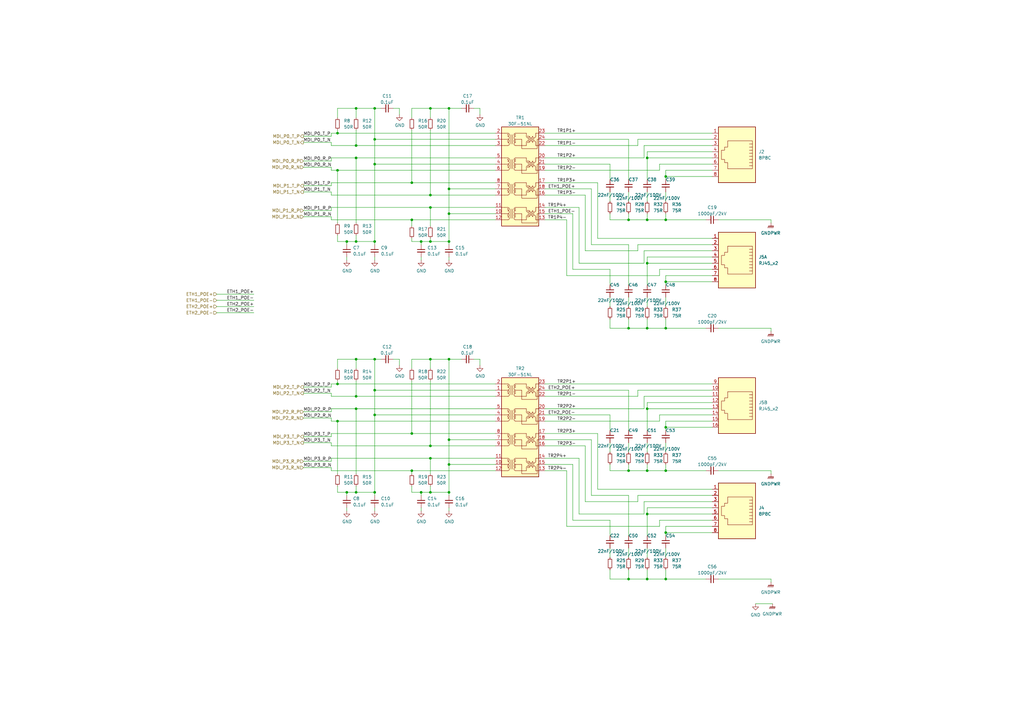
<source format=kicad_sch>
(kicad_sch (version 20230121) (generator eeschema)
  (paper "A3")
  (lib_symbols
    (symbol "Connector:8P8C" (pin_names (offset 1.016))
      (property "Reference" "J" (at -5.08 13.97 0))
      (property "Value" "8P8C" (at 2.54 13.97 0))
      (symbol "8P8C_1_1"
        (pin passive line (at 10.16 -7.62 180) (length 2.54) (name "~") (number "1"))
        (pin passive line (at 10.16 -5.08 180) (length 2.54) (name "~") (number "2"))
        (pin passive line (at 10.16 -2.54 180) (length 2.54) (name "~") (number "3"))
        (pin passive line (at 10.16 0 180) (length 2.54) (name "~") (number "4"))
        (pin passive line (at 10.16 2.54 180) (length 2.54) (name "~") (number "5"))
        (pin passive line (at 10.16 5.08 180) (length 2.54) (name "~") (number "6"))
        (pin passive line (at 10.16 7.62 180) (length 2.54) (name "~") (number "7"))
        (pin passive line (at 10.16 10.16 180) (length 2.54) (name "~") (number "8"))
      )
    )
    (symbol "Device:C_Small" (pin_numbers hide) (pin_names (offset 0.254) hide)
      (property "Reference" "C" (at 0.254 1.778 0))
      (property "Value" "C_Small" (at 0.254 -2.032 0))
      (symbol "C_Small_1_1"
        (pin passive line (at 0 2.54 270) (length 2.032) (name "~") (number "1"))
        (pin passive line (at 0 -2.54 90) (length 2.032) (name "~") (number "2"))
      )
    )
    (symbol "Device:R_Small" (pin_numbers hide) (pin_names (offset 0.254) hide)
      (property "Reference" "R" (at 0.762 0.508 0))
      (property "Value" "R_Small" (at 0.762 -1.016 0))
      (symbol "R_Small_1_1"
        (pin passive line (at 0 2.54 270) (length 0.762) (name "~") (number "1"))
        (pin passive line (at 0 -2.54 90) (length 0.762) (name "~") (number "2"))
      )
    )
    (symbol "Transformer:30F-51NL" (pin_names (offset 1.016) hide)
      (property "Reference" "TR" (at -6.35 21.59 0))
      (property "Value" "30F-51NL" (at 2.54 21.59 0))
      (symbol "30F-51NL_0_1"
        (pin passive line (at -10.16 15.24 0) (length 2.54) (name "CT") (number "1"))
        (pin passive line (at -10.16 -15.24 0) (length 2.54) (name "CT") (number "10"))
        (pin passive line (at -10.16 -12.7 0) (length 2.54) (name "TD4+") (number "11"))
        (pin passive line (at -10.16 -17.78 0) (length 2.54) (name "TD4-") (number "12"))
        (pin passive line (at 10.16 -17.78 180) (length 2.54) (name "MX4-") (number "13"))
        (pin passive line (at 10.16 -12.7 180) (length 2.54) (name "MX4+") (number "14"))
        (pin passive line (at 10.16 -15.24 180) (length 2.54) (name "CT") (number "15"))
        (pin passive line (at 10.16 -7.62 180) (length 2.54) (name "MX3-") (number "16"))
        (pin passive line (at 10.16 -2.54 180) (length 2.54) (name "MX3+") (number "17"))
        (pin passive line (at 10.16 -5.08 180) (length 2.54) (name "CT") (number "18"))
        (pin passive line (at 10.16 2.54 180) (length 2.54) (name "MX2-") (number "19"))
        (pin passive line (at -10.16 17.78 0) (length 2.54) (name "TD1+") (number "2"))
        (pin passive line (at 10.16 7.62 180) (length 2.54) (name "MX2+") (number "20"))
        (pin passive line (at 10.16 5.08 180) (length 2.54) (name "CT") (number "21"))
        (pin passive line (at 10.16 12.7 180) (length 2.54) (name "MX1-") (number "22"))
        (pin passive line (at 10.16 17.78 180) (length 2.54) (name "MX1+") (number "23"))
        (pin passive line (at 10.16 15.24 180) (length 2.54) (name "CT") (number "24"))
        (pin passive line (at -10.16 12.7 0) (length 2.54) (name "TD1-") (number "3"))
        (pin passive line (at -10.16 5.08 0) (length 2.54) (name "CT") (number "4"))
        (pin passive line (at -10.16 7.62 0) (length 2.54) (name "TD2+") (number "5"))
        (pin passive line (at -10.16 2.54 0) (length 2.54) (name "TD2-") (number "6"))
        (pin passive line (at -10.16 -5.08 0) (length 2.54) (name "CT") (number "7"))
        (pin passive line (at -10.16 -2.54 0) (length 2.54) (name "TD3+") (number "8"))
        (pin passive line (at -10.16 -7.62 0) (length 2.54) (name "TD3-") (number "9"))
      )
    )
    (symbol "gabriel:RJ45_x2" (pin_names (offset 1.016))
      (property "Reference" "J" (at -5.08 13.97 0))
      (property "Value" "RJ45_x2" (at 2.54 13.97 0))
      (symbol "RJ45_x2_1_1"
        (pin passive line (at 10.16 -7.62 180) (length 2.54) (name "~") (number "1"))
        (pin passive line (at 10.16 -5.08 180) (length 2.54) (name "~") (number "2"))
        (pin passive line (at 10.16 -2.54 180) (length 2.54) (name "~") (number "3"))
        (pin passive line (at 10.16 0 180) (length 2.54) (name "~") (number "4"))
        (pin passive line (at 10.16 2.54 180) (length 2.54) (name "~") (number "5"))
        (pin passive line (at 10.16 5.08 180) (length 2.54) (name "~") (number "6"))
        (pin passive line (at 10.16 7.62 180) (length 2.54) (name "~") (number "7"))
        (pin passive line (at 10.16 10.16 180) (length 2.54) (name "~") (number "8"))
      )
      (symbol "RJ45_x2_2_1"
        (pin passive line (at 10.16 -5.08 180) (length 2.54) (name "~") (number "10"))
        (pin passive line (at 10.16 -2.54 180) (length 2.54) (name "~") (number "11"))
        (pin passive line (at 10.16 0 180) (length 2.54) (name "~") (number "12"))
        (pin passive line (at 10.16 2.54 180) (length 2.54) (name "~") (number "13"))
        (pin passive line (at 10.16 5.08 180) (length 2.54) (name "~") (number "14"))
        (pin passive line (at 10.16 7.62 180) (length 2.54) (name "~") (number "15"))
        (pin passive line (at 10.16 10.16 180) (length 2.54) (name "~") (number "16"))
        (pin passive line (at 10.16 -7.62 180) (length 2.54) (name "~") (number "9"))
      )
    )
    (symbol "power:GND" (power) (pin_names (offset 0))
      (property "Value" "GND" (at 0 -3.81 0))
      (symbol "GND_1_1"
        (pin power_in line (at 0 0 270) (length 0) hide (name "GND") (number "1"))
      )
    )
    (symbol "power:GNDPWR" (power) (pin_names (offset 0))
      (property "Value" "GNDPWR" (at 0 -3.302 0))
      (symbol "GNDPWR_1_1"
        (pin power_in line (at 0 0 270) (length 0) hide (name "GNDPWR") (number "1"))
      )
    )
  )
  (junction (at 153.67 99.06))
  (junction (at 138.43 54.61))
  (junction (at 153.67 44.45))
  (junction (at 168.91 90.17))
  (junction (at 138.43 172.72))
  (junction (at 257.81 193.04))
  (junction (at 273.05 90.17))
  (junction (at 265.43 64.77))
  (junction (at 138.43 69.85))
  (junction (at 146.05 64.77))
  (junction (at 176.53 182.88))
  (junction (at 257.81 237.49))
  (junction (at 257.81 134.62))
  (junction (at 257.81 90.17))
  (junction (at 146.05 147.32))
  (junction (at 273.05 237.49))
  (junction (at 146.05 59.69))
  (junction (at 273.05 175.26))
  (junction (at 176.53 201.93))
  (junction (at 265.43 193.04))
  (junction (at 184.15 190.5))
  (junction (at 146.05 162.56))
  (junction (at 176.53 85.09))
  (junction (at 265.43 107.95))
  (junction (at 142.24 201.93))
  (junction (at 153.67 67.31))
  (junction (at 184.15 147.32))
  (junction (at 273.05 193.04))
  (junction (at 142.24 99.06))
  (junction (at 184.15 77.47))
  (junction (at 184.15 87.63))
  (junction (at 176.53 44.45))
  (junction (at 273.05 115.57))
  (junction (at 273.05 72.39))
  (junction (at 184.15 44.45))
  (junction (at 176.53 99.06))
  (junction (at 176.53 80.01))
  (junction (at 265.43 237.49))
  (junction (at 153.67 57.15))
  (junction (at 184.15 180.34))
  (junction (at 138.43 157.48))
  (junction (at 176.53 147.32))
  (junction (at 146.05 44.45))
  (junction (at 153.67 170.18))
  (junction (at 153.67 147.32))
  (junction (at 146.05 167.64))
  (junction (at 146.05 201.93))
  (junction (at 184.15 201.93))
  (junction (at 273.05 218.44))
  (junction (at 176.53 187.96))
  (junction (at 153.67 201.93))
  (junction (at 172.72 99.06))
  (junction (at 168.91 193.04))
  (junction (at 265.43 134.62))
  (junction (at 168.91 74.93))
  (junction (at 153.67 160.02))
  (junction (at 265.43 167.64))
  (junction (at 273.05 134.62))
  (junction (at 146.05 99.06))
  (junction (at 265.43 90.17))
  (junction (at 168.91 177.8))
  (junction (at 172.72 201.93))
  (junction (at 265.43 210.82))
  (junction (at 184.15 99.06))
  (wire (pts (xy 265.43 62.23) (xy 265.43 64.77)))
  (wire (pts (xy 153.67 201.93) (xy 153.67 170.18)))
  (wire (pts (xy 153.67 44.45) (xy 153.67 57.15)))
  (wire (pts (xy 176.53 187.96) (xy 203.2 187.96)))
  (wire (pts (xy 124.46 171.45) (xy 135.89 171.45)))
  (wire (pts (xy 168.91 90.17) (xy 168.91 92.71)))
  (wire (pts (xy 292.1 208.28) (xy 265.43 208.28)))
  (wire (pts (xy 176.53 44.45) (xy 184.15 44.45)))
  (wire (pts (xy 273.05 69.85) (xy 273.05 72.39)))
  (wire (pts (xy 135.89 177.8) (xy 135.89 179.07)))
  (wire (pts (xy 250.19 134.62) (xy 250.19 130.81)))
  (wire (pts (xy 273.05 175.26) (xy 292.1 175.26)))
  (wire (pts (xy 250.19 181.61) (xy 250.19 185.42)))
  (wire (pts (xy 261.62 100.33) (xy 261.62 102.87)))
  (wire (pts (xy 223.52 157.48) (xy 292.1 157.48)))
  (wire (pts (xy 135.89 193.04) (xy 168.91 193.04)))
  (wire (pts (xy 292.1 100.33) (xy 261.62 100.33)))
  (wire (pts (xy 142.24 201.93) (xy 146.05 201.93)))
  (wire (pts (xy 176.53 97.79) (xy 176.53 99.06)))
  (wire (pts (xy 138.43 201.93) (xy 142.24 201.93)))
  (wire (pts (xy 292.1 59.69) (xy 264.16 59.69)))
  (wire (pts (xy 265.43 64.77) (xy 292.1 64.77)))
  (wire (pts (xy 270.51 213.36) (xy 270.51 215.9)))
  (wire (pts (xy 138.43 172.72) (xy 138.43 194.31)))
  (wire (pts (xy 309.88 247.65) (xy 316.865 247.65)))
  (wire (pts (xy 273.05 113.03) (xy 273.05 115.57)))
  (wire (pts (xy 234.95 190.5) (xy 234.95 213.36)))
  (wire (pts (xy 273.05 87.63) (xy 273.05 90.17)))
  (wire (pts (xy 250.19 237.49) (xy 250.19 233.68)))
  (wire (pts (xy 88.9 123.19) (xy 104.14 123.19)))
  (wire (pts (xy 135.89 74.93) (xy 135.89 76.2)))
  (wire (pts (xy 316.23 90.17) (xy 294.64 90.17)))
  (wire (pts (xy 138.43 99.06) (xy 142.24 99.06)))
  (wire (pts (xy 184.15 147.32) (xy 176.53 147.32)))
  (wire (pts (xy 88.9 128.27) (xy 104.14 128.27)))
  (wire (pts (xy 289.56 193.04) (xy 273.05 193.04)))
  (wire (pts (xy 316.23 90.17) (xy 316.23 91.44)))
  (wire (pts (xy 135.89 74.93) (xy 168.91 74.93)))
  (wire (pts (xy 163.83 44.45) (xy 161.29 44.45)))
  (wire (pts (xy 184.15 190.5) (xy 203.2 190.5)))
  (wire (pts (xy 124.46 76.2) (xy 135.89 76.2)))
  (wire (pts (xy 261.62 160.02) (xy 261.62 162.56)))
  (wire (pts (xy 223.52 80.01) (xy 240.03 80.01)))
  (wire (pts (xy 124.46 168.91) (xy 135.89 168.91)))
  (wire (pts (xy 261.62 203.2) (xy 261.62 205.74)))
  (wire (pts (xy 223.52 87.63) (xy 234.95 87.63)))
  (wire (pts (xy 265.43 210.82) (xy 265.43 219.71)))
  (wire (pts (xy 265.43 193.04) (xy 257.81 193.04)))
  (wire (pts (xy 124.46 161.29) (xy 135.89 161.29)))
  (wire (pts (xy 265.43 107.95) (xy 292.1 107.95)))
  (wire (pts (xy 135.89 167.64) (xy 146.05 167.64)))
  (wire (pts (xy 242.57 180.34) (xy 242.57 203.2)))
  (wire (pts (xy 250.19 213.36) (xy 250.19 219.71)))
  (wire (pts (xy 135.89 80.01) (xy 135.89 78.74)))
  (wire (pts (xy 273.05 175.26) (xy 273.05 176.53)))
  (wire (pts (xy 257.81 130.81) (xy 257.81 134.62)))
  (wire (pts (xy 142.24 201.93) (xy 142.24 203.2)))
  (wire (pts (xy 146.05 147.32) (xy 146.05 151.13)))
  (wire (pts (xy 257.81 100.33) (xy 257.81 116.84)))
  (wire (pts (xy 270.51 67.31) (xy 270.51 69.85)))
  (wire (pts (xy 237.49 187.96) (xy 237.49 210.82)))
  (wire (pts (xy 292.1 205.74) (xy 264.16 205.74)))
  (wire (pts (xy 250.19 90.17) (xy 250.19 87.63)))
  (wire (pts (xy 176.53 187.96) (xy 176.53 194.31)))
  (wire (pts (xy 242.57 203.2) (xy 257.81 203.2)))
  (wire (pts (xy 153.67 160.02) (xy 203.2 160.02)))
  (wire (pts (xy 250.19 78.74) (xy 250.19 82.55)))
  (wire (pts (xy 124.46 191.77) (xy 135.89 191.77)))
  (wire (pts (xy 168.91 193.04) (xy 168.91 194.31)))
  (wire (pts (xy 124.46 58.42) (xy 135.89 58.42)))
  (wire (pts (xy 250.19 121.92) (xy 250.19 125.73)))
  (wire (pts (xy 135.89 64.77) (xy 146.05 64.77)))
  (wire (pts (xy 172.72 201.93) (xy 176.53 201.93)))
  (wire (pts (xy 135.89 64.77) (xy 135.89 66.04)))
  (wire (pts (xy 257.81 87.63) (xy 257.81 90.17)))
  (wire (pts (xy 168.91 156.21) (xy 168.91 177.8)))
  (wire (pts (xy 153.67 170.18) (xy 203.2 170.18)))
  (wire (pts (xy 265.43 64.77) (xy 265.43 73.66)))
  (wire (pts (xy 138.43 157.48) (xy 135.89 157.48)))
  (wire (pts (xy 138.43 199.39) (xy 138.43 201.93)))
  (wire (pts (xy 138.43 151.13) (xy 138.43 147.32)))
  (wire (pts (xy 153.67 105.41) (xy 153.67 106.68)))
  (wire (pts (xy 138.43 96.52) (xy 138.43 99.06)))
  (wire (pts (xy 265.43 237.49) (xy 257.81 237.49)))
  (wire (pts (xy 265.43 121.92) (xy 265.43 125.73)))
  (wire (pts (xy 232.41 113.03) (xy 270.51 113.03)))
  (wire (pts (xy 184.15 77.47) (xy 184.15 87.63)))
  (wire (pts (xy 146.05 162.56) (xy 135.89 162.56)))
  (wire (pts (xy 289.56 134.62) (xy 273.05 134.62)))
  (wire (pts (xy 153.67 170.18) (xy 153.67 160.02)))
  (wire (pts (xy 265.43 224.79) (xy 265.43 228.6)))
  (wire (pts (xy 135.89 69.85) (xy 135.89 68.58)))
  (wire (pts (xy 257.81 203.2) (xy 257.81 219.71)))
  (wire (pts (xy 168.91 74.93) (xy 203.2 74.93)))
  (wire (pts (xy 292.1 162.56) (xy 264.16 162.56)))
  (wire (pts (xy 176.53 44.45) (xy 168.91 44.45)))
  (wire (pts (xy 184.15 87.63) (xy 203.2 87.63)))
  (wire (pts (xy 168.91 193.04) (xy 203.2 193.04)))
  (wire (pts (xy 240.03 80.01) (xy 240.03 102.87)))
  (wire (pts (xy 223.52 193.04) (xy 232.41 193.04)))
  (wire (pts (xy 232.41 193.04) (xy 232.41 215.9)))
  (wire (pts (xy 223.52 54.61) (xy 292.1 54.61)))
  (wire (pts (xy 265.43 167.64) (xy 292.1 167.64)))
  (wire (pts (xy 184.15 77.47) (xy 203.2 77.47)))
  (wire (pts (xy 172.72 105.41) (xy 172.72 106.68)))
  (wire (pts (xy 245.11 200.66) (xy 292.1 200.66)))
  (wire (pts (xy 146.05 167.64) (xy 203.2 167.64)))
  (wire (pts (xy 146.05 201.93) (xy 153.67 201.93)))
  (wire (pts (xy 142.24 99.06) (xy 146.05 99.06)))
  (wire (pts (xy 270.51 110.49) (xy 270.51 113.03)))
  (wire (pts (xy 168.91 147.32) (xy 168.91 151.13)))
  (wire (pts (xy 142.24 208.28) (xy 142.24 209.55)))
  (wire (pts (xy 261.62 102.87) (xy 240.03 102.87)))
  (wire (pts (xy 223.52 187.96) (xy 237.49 187.96)))
  (wire (pts (xy 316.23 237.49) (xy 294.64 237.49)))
  (wire (pts (xy 172.72 208.28) (xy 172.72 209.55)))
  (wire (pts (xy 292.1 113.03) (xy 273.05 113.03)))
  (wire (pts (xy 135.89 80.01) (xy 176.53 80.01)))
  (wire (pts (xy 176.53 201.93) (xy 184.15 201.93)))
  (wire (pts (xy 184.15 147.32) (xy 184.15 180.34)))
  (wire (pts (xy 257.81 90.17) (xy 250.19 90.17)))
  (wire (pts (xy 135.89 54.61) (xy 135.89 55.88)))
  (wire (pts (xy 273.05 115.57) (xy 292.1 115.57)))
  (wire (pts (xy 292.1 110.49) (xy 270.51 110.49)))
  (wire (pts (xy 138.43 48.26) (xy 138.43 44.45)))
  (wire (pts (xy 135.89 187.96) (xy 135.89 189.23)))
  (wire (pts (xy 163.83 46.99) (xy 163.83 44.45)))
  (wire (pts (xy 135.89 172.72) (xy 135.89 171.45)))
  (wire (pts (xy 292.1 172.72) (xy 273.05 172.72)))
  (wire (pts (xy 265.43 134.62) (xy 257.81 134.62)))
  (wire (pts (xy 168.91 90.17) (xy 203.2 90.17)))
  (wire (pts (xy 316.23 134.62) (xy 316.23 135.89)))
  (wire (pts (xy 273.05 181.61) (xy 273.05 185.42)))
  (wire (pts (xy 223.52 90.17) (xy 232.41 90.17)))
  (wire (pts (xy 142.24 99.06) (xy 142.24 100.33)))
  (wire (pts (xy 250.19 224.79) (xy 250.19 228.6)))
  (wire (pts (xy 135.89 85.09) (xy 176.53 85.09)))
  (wire (pts (xy 184.15 190.5) (xy 184.15 201.93)))
  (wire (pts (xy 223.52 180.34) (xy 242.57 180.34)))
  (wire (pts (xy 176.53 80.01) (xy 203.2 80.01)))
  (wire (pts (xy 237.49 85.09) (xy 237.49 107.95)))
  (wire (pts (xy 146.05 59.69) (xy 135.89 59.69)))
  (wire (pts (xy 223.52 59.69) (xy 261.62 59.69)))
  (wire (pts (xy 234.95 213.36) (xy 250.19 213.36)))
  (wire (pts (xy 146.05 64.77) (xy 203.2 64.77)))
  (wire (pts (xy 265.43 233.68) (xy 265.43 237.49)))
  (wire (pts (xy 265.43 190.5) (xy 265.43 193.04)))
  (wire (pts (xy 172.72 201.93) (xy 172.72 203.2)))
  (wire (pts (xy 273.05 172.72) (xy 273.05 175.26)))
  (wire (pts (xy 163.83 149.86) (xy 163.83 147.32)))
  (wire (pts (xy 264.16 167.64) (xy 223.52 167.64)))
  (wire (pts (xy 257.81 224.79) (xy 257.81 228.6)))
  (wire (pts (xy 223.52 190.5) (xy 234.95 190.5)))
  (wire (pts (xy 184.15 87.63) (xy 184.15 99.06)))
  (wire (pts (xy 124.46 88.9) (xy 135.89 88.9)))
  (wire (pts (xy 172.72 99.06) (xy 172.72 100.33)))
  (wire (pts (xy 138.43 54.61) (xy 135.89 54.61)))
  (wire (pts (xy 292.1 57.15) (xy 261.62 57.15)))
  (wire (pts (xy 146.05 167.64) (xy 146.05 194.31)))
  (wire (pts (xy 316.23 193.04) (xy 316.23 194.31)))
  (wire (pts (xy 135.89 85.09) (xy 135.89 86.36)))
  (wire (pts (xy 203.2 157.48) (xy 138.43 157.48)))
  (wire (pts (xy 176.53 182.88) (xy 203.2 182.88)))
  (wire (pts (xy 265.43 167.64) (xy 265.43 176.53)))
  (wire (pts (xy 184.15 208.28) (xy 184.15 209.55)))
  (wire (pts (xy 223.52 85.09) (xy 237.49 85.09)))
  (wire (pts (xy 273.05 130.81) (xy 273.05 134.62)))
  (wire (pts (xy 292.1 69.85) (xy 273.05 69.85)))
  (wire (pts (xy 265.43 210.82) (xy 292.1 210.82)))
  (wire (pts (xy 138.43 53.34) (xy 138.43 54.61)))
  (wire (pts (xy 273.05 121.92) (xy 273.05 125.73)))
  (wire (pts (xy 146.05 99.06) (xy 153.67 99.06)))
  (wire (pts (xy 292.1 170.18) (xy 270.51 170.18)))
  (wire (pts (xy 153.67 57.15) (xy 203.2 57.15)))
  (wire (pts (xy 172.72 99.06) (xy 176.53 99.06)))
  (wire (pts (xy 223.52 64.77) (xy 264.16 64.77)))
  (wire (pts (xy 265.43 130.81) (xy 265.43 134.62)))
  (wire (pts (xy 223.52 182.88) (xy 240.03 182.88)))
  (wire (pts (xy 223.52 77.47) (xy 242.57 77.47)))
  (wire (pts (xy 273.05 72.39) (xy 292.1 72.39)))
  (wire (pts (xy 184.15 44.45) (xy 189.23 44.45)))
  (wire (pts (xy 135.89 182.88) (xy 135.89 181.61)))
  (wire (pts (xy 153.67 147.32) (xy 156.21 147.32)))
  (wire (pts (xy 168.91 201.93) (xy 172.72 201.93)))
  (wire (pts (xy 138.43 172.72) (xy 203.2 172.72)))
  (wire (pts (xy 316.23 193.04) (xy 294.64 193.04)))
  (wire (pts (xy 265.43 165.1) (xy 265.43 167.64)))
  (wire (pts (xy 138.43 44.45) (xy 146.05 44.45)))
  (wire (pts (xy 264.16 107.95) (xy 237.49 107.95)))
  (wire (pts (xy 232.41 215.9) (xy 270.51 215.9)))
  (wire (pts (xy 292.1 102.87) (xy 264.16 102.87)))
  (wire (pts (xy 146.05 156.21) (xy 146.05 162.56)))
  (wire (pts (xy 232.41 90.17) (xy 232.41 113.03)))
  (wire (pts (xy 142.24 105.41) (xy 142.24 106.68)))
  (wire (pts (xy 196.85 44.45) (xy 194.31 44.45)))
  (wire (pts (xy 250.19 170.18) (xy 250.19 176.53)))
  (wire (pts (xy 242.57 77.47) (xy 242.57 100.33)))
  (wire (pts (xy 168.91 44.45) (xy 168.91 48.26)))
  (wire (pts (xy 176.53 44.45) (xy 176.53 48.26)))
  (wire (pts (xy 264.16 210.82) (xy 237.49 210.82)))
  (wire (pts (xy 184.15 180.34) (xy 203.2 180.34)))
  (wire (pts (xy 250.19 67.31) (xy 250.19 73.66)))
  (wire (pts (xy 196.85 147.32) (xy 194.31 147.32)))
  (wire (pts (xy 176.53 147.32) (xy 176.53 151.13)))
  (wire (pts (xy 257.81 193.04) (xy 250.19 193.04)))
  (wire (pts (xy 273.05 218.44) (xy 292.1 218.44)))
  (wire (pts (xy 176.53 53.34) (xy 176.53 80.01)))
  (wire (pts (xy 146.05 53.34) (xy 146.05 59.69)))
  (wire (pts (xy 163.83 147.32) (xy 161.29 147.32)))
  (wire (pts (xy 146.05 44.45) (xy 146.05 48.26)))
  (wire (pts (xy 273.05 233.68) (xy 273.05 237.49)))
  (wire (pts (xy 203.2 59.69) (xy 146.05 59.69)))
  (wire (pts (xy 184.15 180.34) (xy 184.15 190.5)))
  (wire (pts (xy 273.05 134.62) (xy 265.43 134.62)))
  (wire (pts (xy 223.52 67.31) (xy 250.19 67.31)))
  (wire (pts (xy 316.23 237.49) (xy 316.23 238.76)))
  (wire (pts (xy 292.1 213.36) (xy 270.51 213.36)))
  (wire (pts (xy 257.81 121.92) (xy 257.81 125.73)))
  (wire (pts (xy 184.15 99.06) (xy 184.15 100.33)))
  (wire (pts (xy 242.57 100.33) (xy 257.81 100.33)))
  (wire (pts (xy 257.81 160.02) (xy 257.81 176.53)))
  (wire (pts (xy 135.89 90.17) (xy 168.91 90.17)))
  (wire (pts (xy 289.56 90.17) (xy 273.05 90.17)))
  (wire (pts (xy 292.1 105.41) (xy 265.43 105.41)))
  (wire (pts (xy 273.05 193.04) (xy 265.43 193.04)))
  (wire (pts (xy 138.43 156.21) (xy 138.43 157.48)))
  (wire (pts (xy 273.05 215.9) (xy 273.05 218.44)))
  (wire (pts (xy 176.53 147.32) (xy 168.91 147.32)))
  (wire (pts (xy 261.62 205.74) (xy 240.03 205.74)))
  (wire (pts (xy 292.1 203.2) (xy 261.62 203.2)))
  (wire (pts (xy 257.81 181.61) (xy 257.81 185.42)))
  (wire (pts (xy 153.67 44.45) (xy 156.21 44.45)))
  (wire (pts (xy 135.89 162.56) (xy 135.89 161.29)))
  (wire (pts (xy 264.16 102.87) (xy 264.16 107.95)))
  (wire (pts (xy 124.46 179.07) (xy 135.89 179.07)))
  (wire (pts (xy 184.15 105.41) (xy 184.15 106.68)))
  (wire (pts (xy 265.43 107.95) (xy 265.43 116.84)))
  (wire (pts (xy 146.05 64.77) (xy 146.05 91.44)))
  (wire (pts (xy 124.46 78.74) (xy 135.89 78.74)))
  (wire (pts (xy 261.62 57.15) (xy 261.62 59.69)))
  (wire (pts (xy 257.81 233.68) (xy 257.81 237.49)))
  (wire (pts (xy 146.05 147.32) (xy 153.67 147.32)))
  (wire (pts (xy 135.89 193.04) (xy 135.89 191.77)))
  (wire (pts (xy 292.1 215.9) (xy 273.05 215.9)))
  (wire (pts (xy 168.91 199.39) (xy 168.91 201.93)))
  (wire (pts (xy 124.46 68.58) (xy 135.89 68.58)))
  (wire (pts (xy 176.53 199.39) (xy 176.53 201.93)))
  (wire (pts (xy 273.05 72.39) (xy 273.05 73.66)))
  (wire (pts (xy 168.91 177.8) (xy 203.2 177.8)))
  (wire (pts (xy 124.46 86.36) (xy 135.89 86.36)))
  (wire (pts (xy 153.67 99.06) (xy 153.67 100.33)))
  (wire (pts (xy 153.67 67.31) (xy 203.2 67.31)))
  (wire (pts (xy 265.43 181.61) (xy 265.43 185.42)))
  (wire (pts (xy 292.1 165.1) (xy 265.43 165.1)))
  (wire (pts (xy 203.2 54.61) (xy 138.43 54.61)))
  (wire (pts (xy 135.89 167.64) (xy 135.89 168.91)))
  (wire (pts (xy 273.05 115.57) (xy 273.05 116.84)))
  (wire (pts (xy 168.91 99.06) (xy 172.72 99.06)))
  (wire (pts (xy 264.16 162.56) (xy 264.16 167.64)))
  (wire (pts (xy 153.67 67.31) (xy 153.67 57.15)))
  (wire (pts (xy 184.15 44.45) (xy 184.15 77.47)))
  (wire (pts (xy 245.11 97.79) (xy 292.1 97.79)))
  (wire (pts (xy 292.1 160.02) (xy 261.62 160.02)))
  (wire (pts (xy 138.43 69.85) (xy 138.43 91.44)))
  (wire (pts (xy 184.15 201.93) (xy 184.15 203.2)))
  (wire (pts (xy 138.43 147.32) (xy 146.05 147.32)))
  (wire (pts (xy 135.89 187.96) (xy 176.53 187.96)))
  (wire (pts (xy 273.05 78.74) (xy 273.05 82.55)))
  (wire (pts (xy 135.89 177.8) (xy 168.91 177.8)))
  (wire (pts (xy 234.95 87.63) (xy 234.95 110.49)))
  (wire (pts (xy 265.43 105.41) (xy 265.43 107.95)))
  (wire (pts (xy 176.53 156.21) (xy 176.53 182.88)))
  (wire (pts (xy 176.53 99.06) (xy 184.15 99.06)))
  (wire (pts (xy 223.52 170.18) (xy 250.19 170.18)))
  (wire (pts (xy 273.05 237.49) (xy 265.43 237.49)))
  (wire (pts (xy 88.9 125.73) (xy 104.14 125.73)))
  (wire (pts (xy 273.05 218.44) (xy 273.05 219.71)))
  (wire (pts (xy 153.67 99.06) (xy 153.67 67.31)))
  (wire (pts (xy 273.05 224.79) (xy 273.05 228.6)))
  (wire (pts (xy 265.43 87.63) (xy 265.43 90.17)))
  (wire (pts (xy 153.67 201.93) (xy 153.67 203.2)))
  (wire (pts (xy 245.11 74.93) (xy 245.11 97.79)))
  (wire (pts (xy 135.89 182.88) (xy 176.53 182.88)))
  (wire (pts (xy 273.05 90.17) (xy 265.43 90.17)))
  (wire (pts (xy 234.95 110.49) (xy 250.19 110.49)))
  (wire (pts (xy 124.46 55.88) (xy 135.89 55.88)))
  (wire (pts (xy 176.53 85.09) (xy 203.2 85.09)))
  (wire (pts (xy 289.56 237.49) (xy 273.05 237.49)))
  (wire (pts (xy 196.85 46.99) (xy 196.85 44.45)))
  (wire (pts (xy 124.46 158.75) (xy 135.89 158.75)))
  (wire (pts (xy 270.51 170.18) (xy 270.51 172.72)))
  (wire (pts (xy 146.05 96.52) (xy 146.05 99.06)))
  (wire (pts (xy 176.53 85.09) (xy 176.53 92.71)))
  (wire (pts (xy 261.62 162.56) (xy 223.52 162.56)))
  (wire (pts (xy 135.89 172.72) (xy 138.43 172.72)))
  (wire (pts (xy 273.05 190.5) (xy 273.05 193.04)))
  (wire (pts (xy 257.81 78.74) (xy 257.81 82.55)))
  (wire (pts (xy 292.1 62.23) (xy 265.43 62.23)))
  (wire (pts (xy 146.05 44.45) (xy 153.67 44.45)))
  (wire (pts (xy 203.2 162.56) (xy 146.05 162.56)))
  (wire (pts (xy 196.85 149.86) (xy 196.85 147.32)))
  (wire (pts (xy 250.19 110.49) (xy 250.19 116.84)))
  (wire (pts (xy 223.52 160.02) (xy 257.81 160.02)))
  (wire (pts (xy 138.43 69.85) (xy 203.2 69.85)))
  (wire (pts (xy 257.81 57.15) (xy 257.81 73.66)))
  (wire (pts (xy 135.89 90.17) (xy 135.89 88.9)))
  (wire (pts (xy 264.16 205.74) (xy 264.16 210.82)))
  (wire (pts (xy 135.89 157.48) (xy 135.89 158.75)))
  (wire (pts (xy 168.91 53.34) (xy 168.91 74.93)))
  (wire (pts (xy 168.91 97.79) (xy 168.91 99.06)))
  (wire (pts (xy 265.43 208.28) (xy 265.43 210.82)))
  (wire (pts (xy 223.52 172.72) (xy 270.51 172.72)))
  (wire (pts (xy 245.11 177.8) (xy 245.11 200.66)))
  (wire (pts (xy 189.23 147.32) (xy 184.15 147.32)))
  (wire (pts (xy 153.67 147.32) (xy 153.67 160.02)))
  (wire (pts (xy 265.43 78.74) (xy 265.43 82.55)))
  (wire (pts (xy 257.81 134.62) (xy 250.19 134.62)))
  (wire (pts (xy 257.81 190.5) (xy 257.81 193.04)))
  (wire (pts (xy 223.52 177.8) (xy 245.11 177.8)))
  (wire (pts (xy 265.43 90.17) (xy 257.81 90.17)))
  (wire (pts (xy 316.23 134.62) (xy 294.64 134.62)))
  (wire (pts (xy 292.1 67.31) (xy 270.51 67.31)))
  (wire (pts (xy 264.16 59.69) (xy 264.16 64.77)))
  (wire (pts (xy 88.9 120.65) (xy 104.14 120.65)))
  (wire (pts (xy 153.67 208.28) (xy 153.67 209.55)))
  (wire (pts (xy 146.05 199.39) (xy 146.05 201.93)))
  (wire (pts (xy 124.46 66.04) (xy 135.89 66.04)))
  (wire (pts (xy 257.81 237.49) (xy 250.19 237.49)))
  (wire (pts (xy 124.46 181.61) (xy 135.89 181.61)))
  (wire (pts (xy 135.89 59.69) (xy 135.89 58.42)))
  (wire (pts (xy 250.19 193.04) (xy 250.19 190.5)))
  (wire (pts (xy 223.52 74.93) (xy 245.11 74.93)))
  (wire (pts (xy 135.89 69.85) (xy 138.43 69.85)))
  (wire (pts (xy 124.46 189.23) (xy 135.89 189.23)))
  (wire (pts (xy 223.52 57.15) (xy 257.81 57.15)))
  (wire (pts (xy 240.03 182.88) (xy 240.03 205.74)))
  (wire (pts (xy 223.52 69.85) (xy 270.51 69.85)))
  (label "TR1P2+" (at 236.22 64.77 180))
  (label "TR2P3-" (at 236.22 182.88 180))
  (label "TR1P1-" (at 236.22 59.69 180))
  (label "MDI_P1_R_N" (at 124.46 88.9 0))
  (label "ETH1_POE-" (at 224.79 87.63 0))
  (label "ETH2_POE+" (at 104.14 125.73 180))
  (label "MDI_P0_T_N" (at 124.46 58.42 0))
  (label "MDI_P2_R_N" (at 124.46 171.45 0))
  (label "ETH1_POE+" (at 104.14 120.65 180))
  (label "ETH2_POE-" (at 224.79 170.18 0))
  (label "MDI_P3_R_P" (at 124.46 189.23 0))
  (label "TR1P4+" (at 232.41 85.09 180))
  (label "ETH1_POE+" (at 224.79 77.47 0))
  (label "ETH1_POE-" (at 104.14 123.19 180))
  (label "MDI_P0_T_P" (at 124.46 55.88 0))
  (label "TR1P4-" (at 232.41 90.17 180))
  (label "MDI_P3_T_N" (at 124.46 181.61 0))
  (label "TR1P3-" (at 236.22 80.01 180))
  (label "MDI_P1_T_P" (at 124.46 76.2 0))
  (label "MDI_P3_R_N" (at 124.46 191.77 0))
  (label "ETH2_POE+" (at 224.79 160.02 0))
  (label "MDI_P2_R_P" (at 124.46 168.91 0))
  (label "MDI_P0_R_P" (at 124.46 66.04 0))
  (label "TR2P4+" (at 232.41 187.96 180))
  (label "ETH2_POE-" (at 104.14 128.27 180))
  (label "MDI_P1_T_N" (at 124.46 78.74 0))
  (label "TR1P2-" (at 236.22 69.85 180))
  (label "MDI_P2_T_N" (at 124.46 161.29 0))
  (label "MDI_P3_T_P" (at 124.46 179.07 0))
  (label "TR2P2-" (at 236.22 172.72 180))
  (label "TR2P2+" (at 236.22 167.64 180))
  (label "MDI_P0_R_N" (at 124.46 68.58 0))
  (label "TR2P1-" (at 236.22 162.56 180))
  (label "TR2P1+" (at 236.22 157.48 180))
  (label "MDI_P1_R_P" (at 124.46 86.36 0))
  (label "TR2P4-" (at 232.41 193.04 180))
  (label "TR1P3+" (at 236.22 74.93 180))
  (label "MDI_P2_T_P" (at 124.46 158.75 0))
  (label "TR1P1+" (at 236.22 54.61 180))
  (label "TR2P3+" (at 236.22 177.8 180))
  (hierarchical_label "MDI_P0_T_P" (shape output) (at 124.46 55.88 180))
  (hierarchical_label "MDI_P3_T_P" (shape output) (at 124.46 179.07 180))
  (hierarchical_label "MDI_P1_T_N" (shape output) (at 124.46 78.74 180))
  (hierarchical_label "MDI_P2_T_N" (shape output) (at 124.46 161.29 180))
  (hierarchical_label "MDI_P2_R_P" (shape input) (at 124.46 168.91 180))
  (hierarchical_label "MDI_P0_T_N" (shape output) (at 124.46 58.42 180))
  (hierarchical_label "MDI_P2_T_P" (shape output) (at 124.46 158.75 180))
  (hierarchical_label "MDI_P2_R_N" (shape input) (at 124.46 171.45 180))
  (hierarchical_label "MDI_P3_T_N" (shape output) (at 124.46 181.61 180))
  (hierarchical_label "ETH2_POE-" (shape input) (at 88.9 128.27 180))
  (hierarchical_label "ETH1_POE+" (shape input) (at 88.9 120.65 180))
  (hierarchical_label "MDI_P0_R_P" (shape input) (at 124.46 66.04 180))
  (hierarchical_label "MDI_P3_R_N" (shape input) (at 124.46 191.77 180))
  (hierarchical_label "MDI_P1_R_N" (shape input) (at 124.46 88.9 180))
  (hierarchical_label "MDI_P0_R_N" (shape input) (at 124.46 68.58 180))
  (hierarchical_label "MDI_P3_R_P" (shape input) (at 124.46 189.23 180))
  (hierarchical_label "ETH1_POE-" (shape input) (at 88.9 123.19 180))
  (hierarchical_label "MDI_P1_R_P" (shape input) (at 124.46 86.36 180))
  (hierarchical_label "ETH2_POE+" (shape input) (at 88.9 125.73 180))
  (hierarchical_label "MDI_P1_T_P" (shape output) (at 124.46 76.2 180))
  (symbol (lib_id "Device:R_Small") (at 168.91 153.67 0) (unit 1)
    (property "Reference" "R18" (at 171.45 152.3999 0) (effects (justify left)))
    (property "Value" "50R" (at 171.45 154.9399 0) (effects (justify left)))
    (property "Footprint" "Resistor_SMD:R_0402_1005Metric" (effects hide))
  )
  (symbol (lib_id "Device:C_Small") (at 191.77 147.32 270) (unit 1)
    (property "Reference" "C18" (at 191.7636 142.24 90))
    (property "Value" "0.1uF" (at 191.7636 144.78 90))
    (property "Footprint" "Capacitor_SMD:C_0402_1005Metric" (effects hide))
  )
  (symbol (lib_id "power:GND") (at 142.24 209.55 0) (unit 1)
    (property "Reference" "#PWR021" (effects hide))
    (property "Value" "GND" (at 142.367 213.9442 0))
  )
  (symbol (lib_id "Transformer:30F-51NL") (at 213.36 175.26 0) (unit 1)
    (property "Reference" "TR2" (at 213.36 151.13 0))
    (property "Value" "30F-51NL" (at 213.36 153.67 0))
    (property "Footprint" "Transformer_SMD:Transformer_Ethernet_YDS_30F-51NL_SO-24_7.1x15.1mm" (effects hide))
    (property "Datasheet" "https://datasheet.lcsc.com/lcsc/1811051610_Shanghai-YDS-Tech-30F-51NL_C123168.pdf" (effects hide))
  )
  (symbol (lib_id "Device:C_Small") (at 257.81 222.25 0) (unit 1)
    (property "Reference" "C50" (at 257.81 219.71 0) (effects (justify left)))
    (property "Value" "22nF/100V" (at 252.73 227.33 0) (effects (justify left)))
    (property "Footprint" "Capacitor_SMD:C_0603_1608Metric" (effects hide))
    (instances (project "macunaima_rev1" (path "" (reference "C50") (unit 1)) (path "" (reference "C39") (unit 1))))
  )
  (symbol (lib_id "Device:R_Small") (at 265.43 128.27 0) (unit 1)
    (property "Reference" "R33" (at 267.97 126.9999 0) (effects (justify left)))
    (property "Value" "75R" (at 267.97 129.5399 0) (effects (justify left)))
    (property "Footprint" "Resistor_SMD:R_0402_1005Metric" (effects hide))
  )
  (symbol (lib_id "Device:R_Small") (at 273.05 85.09 0) (unit 1)
    (property "Reference" "R36" (at 275.59 83.8199 0) (effects (justify left)))
    (property "Value" "75R" (at 275.59 86.3599 0) (effects (justify left)))
    (property "Footprint" "Resistor_SMD:R_0402_1005Metric" (effects hide))
  )
  (symbol (lib_id "power:GND") (at 184.15 106.68 0) (unit 1)
    (property "Reference" "#PWR0120" (effects hide))
    (property "Value" "GND" (at 184.277 111.0742 0))
    (instances (project "macunaima_rev1" (path "" (reference "#PWR0120") (unit 1)) (path "" (reference "#PWR036") (unit 1))))
  )
  (symbol (lib_id "power:GNDPWR") (at 316.865 247.65 0) (unit 1)
    (property "Reference" "#PWR0132" (effects hide))
    (property "Value" "GNDPWR" (at 316.738 251.8061 0))
    (instances (project "macunaima_rev1" (path "" (reference "#PWR0132") (unit 1)) (path "" (reference "#PWR047") (unit 1))))
  )
  (symbol (lib_id "Device:C_Small") (at 265.43 119.38 0) (unit 1)
    (property "Reference" "C47" (at 265.43 116.84 0) (effects (justify left)))
    (property "Value" "22nF/100V" (at 260.35 123.19 0) (effects (justify left)))
    (property "Footprint" "Capacitor_SMD:C_0603_1608Metric" (effects hide))
    (instances (project "macunaima_rev1" (path "" (reference "C47") (unit 1)) (path "" (reference "C46") (unit 1))))
  )
  (symbol (lib_id "Device:R_Small") (at 273.05 187.96 0) (unit 1)
    (property "Reference" "R37" (at 275.59 186.6899 0) (effects (justify left)))
    (property "Value" "75R" (at 275.59 189.2299 0) (effects (justify left)))
    (property "Footprint" "Resistor_SMD:R_0402_1005Metric" (effects hide))
    (instances (project "macunaima_rev1" (path "" (reference "R37") (unit 1)) (path "" (reference "R31") (unit 1))))
  )
  (symbol (lib_id "Device:R_Small") (at 250.19 85.09 0) (unit 1)
    (property "Reference" "R24" (at 252.73 83.8199 0) (effects (justify left)))
    (property "Value" "75R" (at 252.73 86.3599 0) (effects (justify left)))
    (property "Footprint" "Resistor_SMD:R_0402_1005Metric" (effects hide))
  )
  (symbol (lib_id "Device:R_Small") (at 146.05 153.67 0) (unit 1)
    (property "Reference" "R14" (at 148.59 152.3999 0) (effects (justify left)))
    (property "Value" "50R" (at 148.59 154.9399 0) (effects (justify left)))
    (property "Footprint" "Resistor_SMD:R_0402_1005Metric" (effects hide))
  )
  (symbol (lib_id "power:GND") (at 172.72 209.55 0) (unit 1)
    (property "Reference" "#PWR024" (effects hide))
    (property "Value" "GND" (at 172.847 213.9442 0))
    (instances (project "macunaima_rev1" (path "" (reference "#PWR024") (unit 1)) (path "" (reference "#PWR035") (unit 1))))
  )
  (symbol (lib_id "Device:R_Small") (at 176.53 196.85 0) (unit 1)
    (property "Reference" "R23" (at 179.07 195.5799 0) (effects (justify left)))
    (property "Value" "50R" (at 179.07 198.1199 0) (effects (justify left)))
    (property "Footprint" "Resistor_SMD:R_0402_1005Metric" (effects hide))
  )
  (symbol (lib_id "power:GND") (at 196.85 149.86 0) (unit 1)
    (property "Reference" "#PWR034" (effects hide))
    (property "Value" "GND" (at 196.977 154.2542 0))
    (instances (project "macunaima_rev1" (path "" (reference "#PWR034") (unit 1)) (path "" (reference "#PWR041") (unit 1))))
  )
  (symbol (lib_id "Device:R_Small") (at 138.43 196.85 0) (unit 1)
    (property "Reference" "R11" (at 140.97 195.5799 0) (effects (justify left)))
    (property "Value" "50R" (at 140.97 198.1199 0) (effects (justify left)))
    (property "Footprint" "Resistor_SMD:R_0402_1005Metric" (effects hide))
  )
  (symbol (lib_id "power:GNDPWR") (at 316.23 194.31 0) (unit 1)
    (property "Reference" "#PWR035" (effects hide))
    (property "Value" "GNDPWR" (at 316.103 198.4661 0))
    (instances (project "macunaima_rev1" (path "" (reference "#PWR035") (unit 1)) (path "" (reference "#PWR045") (unit 1))))
  )
  (symbol (lib_id "Device:R_Small") (at 257.81 231.14 0) (unit 1)
    (property "Reference" "R29" (at 260.35 229.8699 0) (effects (justify left)))
    (property "Value" "75R" (at 260.35 232.4099 0) (effects (justify left)))
    (property "Footprint" "Resistor_SMD:R_0402_1005Metric" (effects hide))
    (instances (project "macunaima_rev1" (path "" (reference "R29") (unit 1)) (path "" (reference "R35") (unit 1))))
  )
  (symbol (lib_id "gabriel:RJ45_x2") (at 302.26 105.41 180) (unit 1)
    (property "Reference" "J5" (at 311.15 105.41 0) (effects (justify right)))
    (property "Value" "RJ45_x2" (at 311.15 107.95 0) (effects (justify right)))
    (property "Footprint" "Gabriel:HC-RJ45-5JA-2-6" (effects hide))
    (instances (project "macunaima_rev1" (path "" (reference "J5") (unit 1)) (path "" (reference "J3") (unit 1))))
  )
  (symbol (lib_id "Device:R_Small") (at 257.81 128.27 0) (unit 1)
    (property "Reference" "R29" (at 260.35 126.9999 0) (effects (justify left)))
    (property "Value" "75R" (at 260.35 129.5399 0) (effects (justify left)))
    (property "Footprint" "Resistor_SMD:R_0402_1005Metric" (effects hide))
  )
  (symbol (lib_id "Device:C_Small") (at 273.05 179.07 0) (unit 1)
    (property "Reference" "C53" (at 273.05 176.53 0) (effects (justify left)))
    (property "Value" "22nF/100V" (at 267.97 184.15 0) (effects (justify left)))
    (property "Footprint" "Capacitor_SMD:C_0603_1608Metric" (effects hide))
    (instances (project "macunaima_rev1" (path "" (reference "C53") (unit 1)) (path "" (reference "C51") (unit 1))))
  )
  (symbol (lib_id "Connector:8P8C") (at 302.26 208.28 180) (unit 1)
    (property "Reference" "J4" (at 311.15 208.28 0) (effects (justify right)))
    (property "Value" "8P8C" (at 311.15 210.82 0) (effects (justify right)))
    (property "Footprint" "Gabriel:HC-RJ45-5JA-1-6" (effects hide))
  )
  (symbol (lib_id "Transformer:30F-51NL") (at 213.36 72.39 0) (unit 1)
    (property "Reference" "TR1" (at 213.36 48.26 0))
    (property "Value" "30F-51NL" (at 213.36 50.8 0))
    (property "Footprint" "Transformer_SMD:Transformer_Ethernet_YDS_30F-51NL_SO-24_7.1x15.1mm" (effects hide))
    (property "Datasheet" "https://datasheet.lcsc.com/lcsc/1811051610_Shanghai-YDS-Tech-30F-51NL_C123168.pdf" (effects hide))
  )
  (symbol (lib_id "Device:R_Small") (at 176.53 95.25 0) (unit 1)
    (property "Reference" "R21" (at 179.07 93.9799 0) (effects (justify left)))
    (property "Value" "50R" (at 179.07 96.5199 0) (effects (justify left)))
    (property "Footprint" "Resistor_SMD:R_0402_1005Metric" (effects hide))
  )
  (symbol (lib_id "Device:C_Small") (at 158.75 44.45 270) (unit 1)
    (property "Reference" "C11" (at 158.7436 39.37 90))
    (property "Value" "0.1uF" (at 158.7436 41.91 90))
    (property "Footprint" "Capacitor_SMD:C_0402_1005Metric" (effects hide))
  )
  (symbol (lib_id "Device:C_Small") (at 184.15 205.74 0) (unit 1)
    (property "Reference" "C16" (at 186.69 204.4762 0) (effects (justify left)))
    (property "Value" "0.1uF" (at 186.69 207.0162 0) (effects (justify left)))
    (property "Footprint" "Capacitor_SMD:C_0402_1005Metric" (effects hide))
  )
  (symbol (lib_id "Device:C_Small") (at 250.19 222.25 0) (unit 1)
    (property "Reference" "C22" (at 250.19 219.71 0) (effects (justify left)))
    (property "Value" "22nF/100V" (at 245.11 226.06 0) (effects (justify left)))
    (property "Footprint" "Capacitor_SMD:C_0603_1608Metric" (effects hide))
  )
  (symbol (lib_id "Device:R_Small") (at 168.91 95.25 0) (unit 1)
    (property "Reference" "R17" (at 171.45 93.9799 0) (effects (justify left)))
    (property "Value" "50R" (at 171.45 96.5199 0) (effects (justify left)))
    (property "Footprint" "Resistor_SMD:R_0402_1005Metric" (effects hide))
  )
  (symbol (lib_id "gabriel:RJ45_x2") (at 302.26 165.1 180) (unit 2)
    (property "Reference" "J5" (at 311.15 165.1 0) (effects (justify right)))
    (property "Value" "RJ45_x2" (at 311.15 167.64 0) (effects (justify right)))
    (property "Footprint" "Gabriel:HC-RJ45-5JA-2-6" (effects hide))
    (instances (project "macunaima_rev1" (path "" (reference "J5") (unit 2)) (path "" (reference "J3") (unit 2))))
  )
  (symbol (lib_id "Device:C_Small") (at 250.19 76.2 0) (unit 1)
    (property "Reference" "C36" (at 250.19 73.66 0) (effects (justify left)))
    (property "Value" "22nF/100V" (at 245.11 80.01 0) (effects (justify left)))
    (property "Footprint" "Capacitor_SMD:C_0603_1608Metric" (effects hide))
    (instances (project "macunaima_rev1" (path "" (reference "C36") (unit 1)) (path "" (reference "C19") (unit 1))))
  )
  (symbol (lib_id "power:GNDPWR") (at 316.23 135.89 0) (unit 1)
    (property "Reference" "#PWR0126" (effects hide))
    (property "Value" "GNDPWR" (at 316.103 140.0461 0))
    (instances (project "macunaima_rev1" (path "" (reference "#PWR0126") (unit 1)) (path "" (reference "#PWR044") (unit 1))))
  )
  (symbol (lib_id "Device:R_Small") (at 168.91 196.85 0) (unit 1)
    (property "Reference" "R19" (at 171.45 195.5799 0) (effects (justify left)))
    (property "Value" "50R" (at 171.45 198.1199 0) (effects (justify left)))
    (property "Footprint" "Resistor_SMD:R_0402_1005Metric" (effects hide))
  )
  (symbol (lib_id "Device:C_Small") (at 265.43 179.07 0) (unit 1)
    (property "Reference" "C51" (at 265.43 176.53 0) (effects (justify left)))
    (property "Value" "22nF/100V" (at 260.35 182.88 0) (effects (justify left)))
    (property "Footprint" "Capacitor_SMD:C_0603_1608Metric" (effects hide))
    (instances (project "macunaima_rev1" (path "" (reference "C51") (unit 1)) (path "" (reference "C47") (unit 1))))
  )
  (symbol (lib_id "Device:R_Small") (at 257.81 85.09 0) (unit 1)
    (property "Reference" "R28" (at 260.35 83.8199 0) (effects (justify left)))
    (property "Value" "75R" (at 260.35 86.3599 0) (effects (justify left)))
    (property "Footprint" "Resistor_SMD:R_0402_1005Metric" (effects hide))
  )
  (symbol (lib_id "power:GND") (at 163.83 46.99 0) (unit 1)
    (property "Reference" "#PWR0113" (effects hide))
    (property "Value" "GND" (at 163.957 51.3842 0))
    (instances (project "macunaima_rev1" (path "" (reference "#PWR0113") (unit 1)) (path "" (reference "#PWR024") (unit 1))))
  )
  (symbol (lib_id "Device:R_Small") (at 257.81 187.96 0) (unit 1)
    (property "Reference" "R29" (at 260.35 186.6899 0) (effects (justify left)))
    (property "Value" "75R" (at 260.35 189.2299 0) (effects (justify left)))
    (property "Footprint" "Resistor_SMD:R_0402_1005Metric" (effects hide))
    (instances (project "macunaima_rev1" (path "" (reference "R29") (unit 1)) (path "" (reference "R27") (unit 1))))
  )
  (symbol (lib_id "Device:R_Small") (at 265.43 85.09 0) (unit 1)
    (property "Reference" "R32" (at 267.97 83.8199 0) (effects (justify left)))
    (property "Value" "75R" (at 267.97 86.3599 0) (effects (justify left)))
    (property "Footprint" "Resistor_SMD:R_0402_1005Metric" (effects hide))
  )
  (symbol (lib_id "Device:R_Small") (at 273.05 231.14 0) (unit 1)
    (property "Reference" "R37" (at 275.59 229.8699 0) (effects (justify left)))
    (property "Value" "75R" (at 275.59 232.4099 0) (effects (justify left)))
    (property "Footprint" "Resistor_SMD:R_0402_1005Metric" (effects hide))
    (instances (project "macunaima_rev1" (path "" (reference "R37") (unit 1)) (path "" (reference "R39") (unit 1))))
  )
  (symbol (lib_id "Connector:8P8C") (at 302.26 62.23 180) (unit 1)
    (property "Reference" "J2" (at 311.15 62.23 0) (effects (justify right)))
    (property "Value" "8P8C" (at 311.15 64.77 0) (effects (justify right)))
    (property "Footprint" "Gabriel:HC-RJ45-5JA-1-6" (effects hide))
  )
  (symbol (lib_id "power:GND") (at 196.85 46.99 0) (unit 1)
    (property "Reference" "#PWR0115" (effects hide))
    (property "Value" "GND" (at 196.977 51.3842 0))
    (instances (project "macunaima_rev1" (path "" (reference "#PWR0115") (unit 1)) (path "" (reference "#PWR040") (unit 1))))
  )
  (symbol (lib_id "Device:C_Small") (at 292.1 90.17 270) (unit 1)
    (property "Reference" "C19" (at 292.0936 85.09 90))
    (property "Value" "1000pF/2kV" (at 292.0936 87.63 90))
    (property "Footprint" "Capacitor_SMD:C_1206_3216Metric" (effects hide))
    (instances (project "macunaima_rev1" (path "" (reference "C19") (unit 1)) (path "" (reference "C53") (unit 1))))
  )
  (symbol (lib_id "Device:R_Small") (at 265.43 231.14 0) (unit 1)
    (property "Reference" "R33" (at 267.97 229.8699 0) (effects (justify left)))
    (property "Value" "75R" (at 267.97 232.4099 0) (effects (justify left)))
    (property "Footprint" "Resistor_SMD:R_0402_1005Metric" (effects hide))
    (instances (project "macunaima_rev1" (path "" (reference "R33") (unit 1)) (path "" (reference "R38") (unit 1))))
  )
  (symbol (lib_id "Device:R_Small") (at 146.05 196.85 0) (unit 1)
    (property "Reference" "R15" (at 148.59 195.5799 0) (effects (justify left)))
    (property "Value" "50R" (at 148.59 198.1199 0) (effects (justify left)))
    (property "Footprint" "Resistor_SMD:R_0402_1005Metric" (effects hide))
  )
  (symbol (lib_id "Device:C_Small") (at 273.05 222.25 0) (unit 1)
    (property "Reference" "C54" (at 273.05 219.71 0) (effects (justify left)))
    (property "Value" "22nF/100V" (at 267.97 227.33 0) (effects (justify left)))
    (property "Footprint" "Capacitor_SMD:C_0603_1608Metric" (effects hide))
    (instances (project "macunaima_rev1" (path "" (reference "C54") (unit 1)) (path "" (reference "C52") (unit 1))))
  )
  (symbol (lib_id "Device:R_Small") (at 138.43 153.67 0) (unit 1)
    (property "Reference" "R10" (at 140.97 152.3999 0) (effects (justify left)))
    (property "Value" "50R" (at 140.97 154.9399 0) (effects (justify left)))
    (property "Footprint" "Resistor_SMD:R_0402_1005Metric" (effects hide))
  )
  (symbol (lib_id "Device:C_Small") (at 273.05 119.38 0) (unit 1)
    (property "Reference" "C48" (at 273.05 116.84 0) (effects (justify left)))
    (property "Value" "22nF/100V" (at 267.97 124.46 0) (effects (justify left)))
    (property "Footprint" "Capacitor_SMD:C_0603_1608Metric" (effects hide))
    (instances (project "macunaima_rev1" (path "" (reference "C48") (unit 1)) (path "" (reference "C50") (unit 1))))
  )
  (symbol (lib_id "Device:R_Small") (at 146.05 93.98 0) (unit 1)
    (property "Reference" "R13" (at 148.59 92.7099 0) (effects (justify left)))
    (property "Value" "50R" (at 148.59 95.2499 0) (effects (justify left)))
    (property "Footprint" "Resistor_SMD:R_0402_1005Metric" (effects hide))
  )
  (symbol (lib_id "Device:R_Small") (at 138.43 93.98 0) (unit 1)
    (property "Reference" "R9" (at 140.97 92.7099 0) (effects (justify left)))
    (property "Value" "50R" (at 140.97 95.2499 0) (effects (justify left)))
    (property "Footprint" "Resistor_SMD:R_0402_1005Metric" (effects hide))
  )
  (symbol (lib_id "Device:R_Small") (at 250.19 187.96 0) (unit 1)
    (property "Reference" "R25" (at 252.73 186.6899 0) (effects (justify left)))
    (property "Value" "75R" (at 252.73 189.2299 0) (effects (justify left)))
    (property "Footprint" "Resistor_SMD:R_0402_1005Metric" (effects hide))
    (instances (project "macunaima_rev1" (path "" (reference "R25") (unit 1)) (path "" (reference "R26") (unit 1))))
  )
  (symbol (lib_id "Device:R_Small") (at 265.43 187.96 0) (unit 1)
    (property "Reference" "R33" (at 267.97 186.6899 0) (effects (justify left)))
    (property "Value" "75R" (at 267.97 189.2299 0) (effects (justify left)))
    (property "Footprint" "Resistor_SMD:R_0402_1005Metric" (effects hide))
    (instances (project "macunaima_rev1" (path "" (reference "R33") (unit 1)) (path "" (reference "R30") (unit 1))))
  )
  (symbol (lib_id "Device:C_Small") (at 257.81 76.2 0) (unit 1)
    (property "Reference" "C37" (at 257.81 73.66 0) (effects (justify left)))
    (property "Value" "22nF/100V" (at 252.73 81.28 0) (effects (justify left)))
    (property "Footprint" "Capacitor_SMD:C_0603_1608Metric" (effects hide))
    (instances (project "macunaima_rev1" (path "" (reference "C37") (unit 1)) (path "" (reference "C36") (unit 1))))
  )
  (symbol (lib_id "Device:C_Small") (at 153.67 205.74 0) (unit 1)
    (property "Reference" "C10" (at 156.21 204.4762 0) (effects (justify left)))
    (property "Value" "0.1uF" (at 156.21 207.0162 0) (effects (justify left)))
    (property "Footprint" "Capacitor_SMD:C_0402_1005Metric" (effects hide))
  )
  (symbol (lib_id "Device:R_Small") (at 250.19 231.14 0) (unit 1)
    (property "Reference" "R25" (at 252.73 229.8699 0) (effects (justify left)))
    (property "Value" "75R" (at 252.73 232.4099 0) (effects (justify left)))
    (property "Footprint" "Resistor_SMD:R_0402_1005Metric" (effects hide))
    (instances (project "macunaima_rev1" (path "" (reference "R25") (unit 1)) (path "" (reference "R34") (unit 1))))
  )
  (symbol (lib_id "Device:C_Small") (at 265.43 76.2 0) (unit 1)
    (property "Reference" "C38" (at 265.43 73.66 0) (effects (justify left)))
    (property "Value" "22nF/100V" (at 260.35 80.01 0) (effects (justify left)))
    (property "Footprint" "Capacitor_SMD:C_0603_1608Metric" (effects hide))
    (instances (project "macunaima_rev1" (path "" (reference "C38") (unit 1)) (path "" (reference "C45") (unit 1))))
  )
  (symbol (lib_id "Device:C_Small") (at 265.43 222.25 0) (unit 1)
    (property "Reference" "C52" (at 265.43 219.71 0) (effects (justify left)))
    (property "Value" "22nF/100V" (at 260.35 226.06 0) (effects (justify left)))
    (property "Footprint" "Capacitor_SMD:C_0603_1608Metric" (effects hide))
    (instances (project "macunaima_rev1" (path "" (reference "C52") (unit 1)) (path "" (reference "C48") (unit 1))))
  )
  (symbol (lib_id "power:GND") (at 184.15 209.55 0) (unit 1)
    (property "Reference" "#PWR033" (effects hide))
    (property "Value" "GND" (at 184.277 213.9442 0))
    (instances (project "macunaima_rev1" (path "" (reference "#PWR033") (unit 1)) (path "" (reference "#PWR039") (unit 1))))
  )
  (symbol (lib_id "Device:R_Small") (at 250.19 128.27 0) (unit 1)
    (property "Reference" "R25" (at 252.73 126.9999 0) (effects (justify left)))
    (property "Value" "75R" (at 252.73 129.5399 0) (effects (justify left)))
    (property "Footprint" "Resistor_SMD:R_0402_1005Metric" (effects hide))
  )
  (symbol (lib_id "power:GND") (at 142.24 106.68 0) (unit 1)
    (property "Reference" "#PWR0111" (effects hide))
    (property "Value" "GND" (at 142.367 111.0742 0))
    (instances (project "macunaima_rev1" (path "" (reference "#PWR0111") (unit 1)) (path "" (reference "#PWR018") (unit 1))))
  )
  (symbol (lib_id "power:GND") (at 153.67 209.55 0) (unit 1)
    (property "Reference" "#PWR022" (effects hide))
    (property "Value" "GND" (at 153.797 213.9442 0))
    (instances (project "macunaima_rev1" (path "" (reference "#PWR022") (unit 1)) (path "" (reference "#PWR023") (unit 1))))
  )
  (symbol (lib_id "Device:C_Small") (at 158.75 147.32 270) (unit 1)
    (property "Reference" "C12" (at 158.7436 142.24 90))
    (property "Value" "0.1uF" (at 158.7436 144.78 90))
    (property "Footprint" "Capacitor_SMD:C_0402_1005Metric" (effects hide))
  )
  (symbol (lib_id "Device:C_Small") (at 257.81 119.38 0) (unit 1)
    (property "Reference" "C46" (at 257.81 116.84 0) (effects (justify left)))
    (property "Value" "22nF/100V" (at 252.73 124.46 0) (effects (justify left)))
    (property "Footprint" "Capacitor_SMD:C_0603_1608Metric" (effects hide))
    (instances (project "macunaima_rev1" (path "" (reference "C46") (unit 1)) (path "" (reference "C37") (unit 1))))
  )
  (symbol (lib_id "Device:C_Small") (at 292.1 193.04 270) (unit 1)
    (property "Reference" "C55" (at 292.0936 187.96 90))
    (property "Value" "1000pF/2kV" (at 292.0936 190.5 90))
    (property "Footprint" "Capacitor_SMD:C_1206_3216Metric" (effects hide))
  )
  (symbol (lib_id "Device:C_Small") (at 153.67 102.87 0) (unit 1)
    (property "Reference" "C9" (at 156.21 101.6062 0) (effects (justify left)))
    (property "Value" "0.1uF" (at 156.21 104.1462 0) (effects (justify left)))
    (property "Footprint" "Capacitor_SMD:C_0402_1005Metric" (effects hide))
  )
  (symbol (lib_id "power:GND") (at 163.83 149.86 0) (unit 1)
    (property "Reference" "#PWR023" (effects hide))
    (property "Value" "GND" (at 163.957 154.2542 0))
    (instances (project "macunaima_rev1" (path "" (reference "#PWR023") (unit 1)) (path "" (reference "#PWR033") (unit 1))))
  )
  (symbol (lib_id "Device:C_Small") (at 142.24 205.74 0) (unit 1)
    (property "Reference" "C8" (at 144.78 204.4762 0) (effects (justify left)))
    (property "Value" "0.1uF" (at 144.78 207.0162 0) (effects (justify left)))
    (property "Footprint" "Capacitor_SMD:C_0402_1005Metric" (effects hide))
  )
  (symbol (lib_id "Device:C_Small") (at 250.19 179.07 0) (unit 1)
    (property "Reference" "C21" (at 250.19 176.53 0) (effects (justify left)))
    (property "Value" "22nF/100V" (at 245.11 182.88 0) (effects (justify left)))
    (property "Footprint" "Capacitor_SMD:C_0603_1608Metric" (effects hide))
  )
  (symbol (lib_id "Device:R_Small") (at 176.53 153.67 0) (unit 1)
    (property "Reference" "R22" (at 179.07 152.3999 0) (effects (justify left)))
    (property "Value" "50R" (at 179.07 154.9399 0) (effects (justify left)))
    (property "Footprint" "Resistor_SMD:R_0402_1005Metric" (effects hide))
  )
  (symbol (lib_id "Device:R_Small") (at 273.05 128.27 0) (unit 1)
    (property "Reference" "R37" (at 275.59 126.9999 0) (effects (justify left)))
    (property "Value" "75R" (at 275.59 129.5399 0) (effects (justify left)))
    (property "Footprint" "Resistor_SMD:R_0402_1005Metric" (effects hide))
  )
  (symbol (lib_id "power:GND") (at 153.67 106.68 0) (unit 1)
    (property "Reference" "#PWR0112" (effects hide))
    (property "Value" "GND" (at 153.797 111.0742 0))
    (instances (project "macunaima_rev1" (path "" (reference "#PWR0112") (unit 1)) (path "" (reference "#PWR022") (unit 1))))
  )
  (symbol (lib_id "Device:R_Small") (at 168.91 50.8 0) (unit 1)
    (property "Reference" "R16" (at 171.45 49.5299 0) (effects (justify left)))
    (property "Value" "50R" (at 171.45 52.0699 0) (effects (justify left)))
    (property "Footprint" "Resistor_SMD:R_0402_1005Metric" (effects hide))
  )
  (symbol (lib_id "Device:C_Small") (at 184.15 102.87 0) (unit 1)
    (property "Reference" "C15" (at 186.69 101.6062 0) (effects (justify left)))
    (property "Value" "0.1uF" (at 186.69 104.1462 0) (effects (justify left)))
    (property "Footprint" "Capacitor_SMD:C_0402_1005Metric" (effects hide))
  )
  (symbol (lib_id "Device:C_Small") (at 257.81 179.07 0) (unit 1)
    (property "Reference" "C49" (at 257.81 176.53 0) (effects (justify left)))
    (property "Value" "22nF/100V" (at 252.73 184.15 0) (effects (justify left)))
    (property "Footprint" "Capacitor_SMD:C_0603_1608Metric" (effects hide))
    (instances (project "macunaima_rev1" (path "" (reference "C49") (unit 1)) (path "" (reference "C38") (unit 1))))
  )
  (symbol (lib_id "Device:C_Small") (at 250.19 119.38 0) (unit 1)
    (property "Reference" "C45" (at 250.19 116.84 0) (effects (justify left)))
    (property "Value" "22nF/100V" (at 245.11 123.19 0) (effects (justify left)))
    (property "Footprint" "Capacitor_SMD:C_0603_1608Metric" (effects hide))
    (instances (project "macunaima_rev1" (path "" (reference "C45") (unit 1)) (path "" (reference "C20") (unit 1))))
  )
  (symbol (lib_id "power:GNDPWR") (at 316.23 238.76 0) (unit 1)
    (property "Reference" "#PWR036" (effects hide))
    (property "Value" "GNDPWR" (at 316.103 242.9161 0))
    (instances (project "macunaima_rev1" (path "" (reference "#PWR036") (unit 1)) (path "" (reference "#PWR046") (unit 1))))
  )
  (symbol (lib_id "Device:R_Small") (at 176.53 50.8 0) (unit 1)
    (property "Reference" "R20" (at 179.07 49.5299 0) (effects (justify left)))
    (property "Value" "50R" (at 179.07 52.0699 0) (effects (justify left)))
    (property "Footprint" "Resistor_SMD:R_0402_1005Metric" (effects hide))
  )
  (symbol (lib_id "Device:C_Small") (at 273.05 76.2 0) (unit 1)
    (property "Reference" "C39" (at 273.05 73.66 0) (effects (justify left)))
    (property "Value" "22nF/100V" (at 267.97 81.28 0) (effects (justify left)))
    (property "Footprint" "Capacitor_SMD:C_0603_1608Metric" (effects hide))
    (instances (project "macunaima_rev1" (path "" (reference "C39") (unit 1)) (path "" (reference "C49") (unit 1))))
  )
  (symbol (lib_id "Device:R_Small") (at 138.43 50.8 0) (unit 1)
    (property "Reference" "R8" (at 140.97 49.5299 0) (effects (justify left)))
    (property "Value" "50R" (at 140.97 52.0699 0) (effects (justify left)))
    (property "Footprint" "Resistor_SMD:R_0402_1005Metric" (effects hide))
  )
  (symbol (lib_id "Device:C_Small") (at 142.24 102.87 0) (unit 1)
    (property "Reference" "C7" (at 144.78 101.6062 0) (effects (justify left)))
    (property "Value" "0.1uF" (at 144.78 104.1462 0) (effects (justify left)))
    (property "Footprint" "Capacitor_SMD:C_0402_1005Metric" (effects hide))
  )
  (symbol (lib_id "Device:C_Small") (at 191.77 44.45 270) (unit 1)
    (property "Reference" "C17" (at 191.7636 39.37 90))
    (property "Value" "0.1uF" (at 191.7636 41.91 90))
    (property "Footprint" "Capacitor_SMD:C_0402_1005Metric" (effects hide))
  )
  (symbol (lib_id "Device:C_Small") (at 292.1 237.49 270) (unit 1)
    (property "Reference" "C56" (at 292.0936 232.41 90))
    (property "Value" "1000pF/2kV" (at 292.0936 234.95 90))
    (property "Footprint" "Capacitor_SMD:C_1206_3216Metric" (effects hide))
  )
  (symbol (lib_id "Device:C_Small") (at 172.72 102.87 0) (unit 1)
    (property "Reference" "C13" (at 175.26 101.6062 0) (effects (justify left)))
    (property "Value" "0.1uF" (at 175.26 104.1462 0) (effects (justify left)))
    (property "Footprint" "Capacitor_SMD:C_0402_1005Metric" (effects hide))
  )
  (symbol (lib_id "power:GND") (at 172.72 106.68 0) (unit 1)
    (property "Reference" "#PWR0122" (effects hide))
    (property "Value" "GND" (at 172.847 111.0742 0))
    (instances (project "macunaima_rev1" (path "" (reference "#PWR0122") (unit 1)) (path "" (reference "#PWR034") (unit 1))))
  )
  (symbol (lib_id "Device:C_Small") (at 172.72 205.74 0) (unit 1)
    (property "Reference" "C14" (at 175.26 204.4762 0) (effects (justify left)))
    (property "Value" "0.1uF" (at 175.26 207.0162 0) (effects (justify left)))
    (property "Footprint" "Capacitor_SMD:C_0402_1005Metric" (effects hide))
  )
  (symbol (lib_id "power:GND") (at 309.88 247.65 0) (unit 1)
    (property "Reference" "#PWR0131" (effects hide))
    (property "Value" "GND" (at 309.88 252.2125 0))
    (instances (project "macunaima_rev1" (path "" (reference "#PWR0131") (unit 1)) (path "" (reference "#PWR042") (unit 1))))
  )
  (symbol (lib_id "power:GNDPWR") (at 316.23 91.44 0) (unit 1)
    (property "Reference" "#PWR0123" (effects hide))
    (property "Value" "GNDPWR" (at 316.103 95.5961 0))
    (instances (project "macunaima_rev1" (path "" (reference "#PWR0123") (unit 1)) (path "" (reference "#PWR043") (unit 1))))
  )
  (symbol (lib_id "Device:C_Small") (at 292.1 134.62 270) (unit 1)
    (property "Reference" "C20" (at 292.0936 129.54 90))
    (property "Value" "1000pF/2kV" (at 292.0936 132.08 90))
    (property "Footprint" "Capacitor_SMD:C_1206_3216Metric" (effects hide))
    (instances (project "macunaima_rev1" (path "" (reference "C20") (unit 1)) (path "" (reference "C54") (unit 1))))
  )
  (symbol (lib_id "Device:R_Small") (at 146.05 50.8 0) (unit 1)
    (property "Reference" "R12" (at 148.59 49.5299 0) (effects (justify left)))
    (property "Value" "50R" (at 148.59 52.0699 0) (effects (justify left)))
    (property "Footprint" "Resistor_SMD:R_0402_1005Metric" (effects hide))
  )
)
</source>
